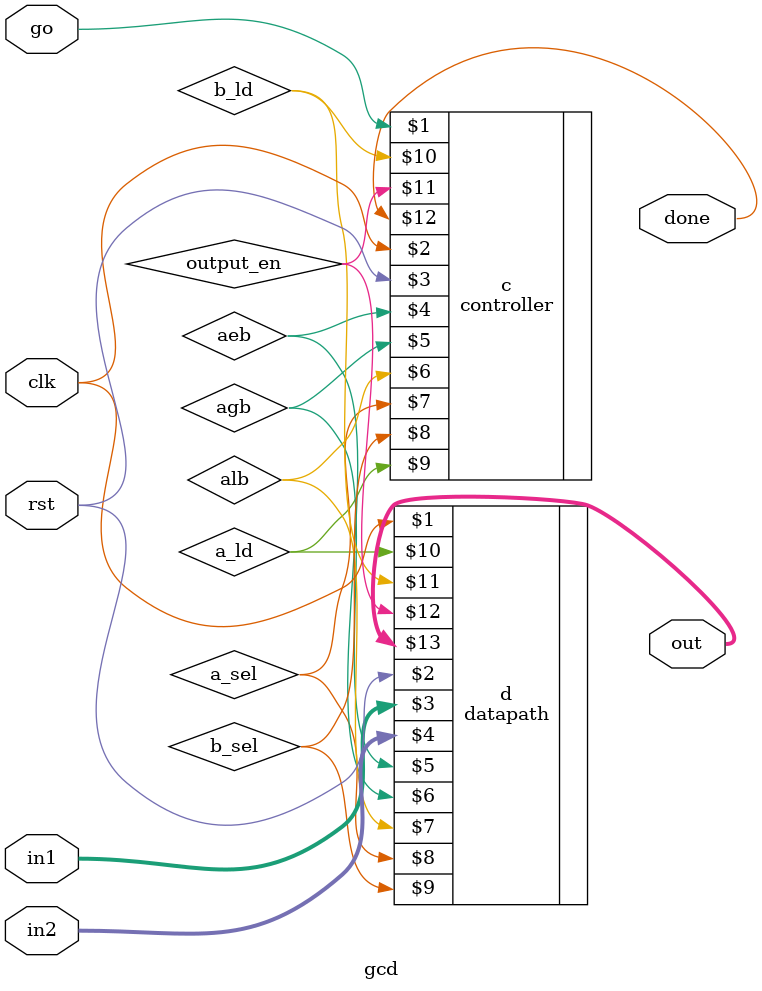
<source format=v>
`timescale 1ns / 1ps

//t2k232190
module gcd(clk,rst,go,in1,in2,out,done);
input clk,rst,go;
input [3:0]in1,in2;
output [3:0]out;
output done;
wire aeb,alb,agb,a_sel,b_sel,a_ld,b_ld,output_en;
controller c(go,clk,rst,aeb,agb,alb,a_sel,b_sel,a_ld,b_ld,output_en,done);
datapath d(clk,rst,in1,in2,agb,aeb,alb,a_sel,b_sel,a_ld,b_ld,output_en,out);
endmodule

</source>
